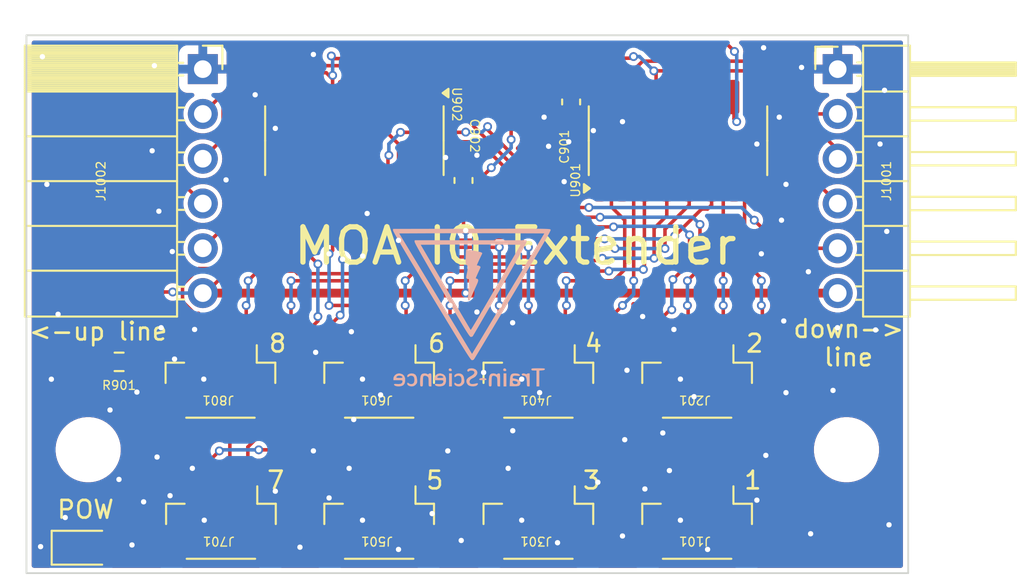
<source format=kicad_pcb>
(kicad_pcb (version 20240108) (generator "pcbnew") (generator_version "8.0")
  (layers (0 "F.Cu" signal) (31 "B.Cu" signal) (34 "B.Paste" user) (35 "F.Paste" user) (36 "B.SilkS" user "B.Silkscreen") (37 "F.SilkS" user "F.Silkscreen") (38 "B.Mask" user) (39 "F.Mask" user) (44 "Edge.Cuts" user))
  (net 0 "")
  (net 1 "+5V")
  (net 2 "GND")
  (net 3 "/latch")
  (net 4 "/in_prev")
  (net 5 "/clock")
  (net 6 "/out_prev")
  (net 7 "/in_next")
  (net 8 "/out_next")
  (net 9 "/IO/I1")
  (net 10 "/IO/O1")
  (net 11 "/IO/I2")
  (net 12 "/IO/O2")
  (net 13 "/IO/O3")
  (net 14 "/IO/I3")
  (net 15 "/IO/O4")
  (net 16 "/IO/I4")
  (net 17 "/IO/I5")
  (net 18 "/IO/O5")
  (net 19 "/IO/O6")
  (net 20 "/IO/I6")
  (net 21 "/IO/O7")
  (net 22 "/IO/I7")
  (net 23 "/IO/I8")
  (net 24 "/IO/O8")
  (net 26 "Net-(D901-A)")
  (footprint "Capacitor_SMD:C_0603_1608Metric" (layer "F.Cu") (at 166.385 109.781 -90)
    (property "Reference" "C901")
    (property "Value" "100nF")
  )
  (footprint "Connector_JST:JST_SH_BM04B-SRSS-TB_1x04-1MP_P1.00mm_Vertical" (layer "F.Cu") (at 173.528 125.675 180)
    (property "Reference" "J201")
    (property "Value" "Conn_01x04")
  )
  (footprint "Connector_JST:JST_SH_BM04B-SRSS-TB_1x04-1MP_P1.00mm_Vertical" (layer "F.Cu") (at 155.5 133.675 180)
    (property "Reference" "J501")
    (property "Value" "Conn_01x04")
  )
  (footprint "custom_kicad_lib_sk:R_0402_NO_SILK" (layer "F.Cu") (at 165.544 122.5)
    (property "Reference" "R402" (hide yes))
    (property "Value" "10k")
  )
  (footprint "Connector_JST:JST_SH_BM04B-SRSS-TB_1x04-1MP_P1.00mm_Vertical" (layer "F.Cu") (at 146.5 125.675 180)
    (property "Reference" "J801")
    (property "Value" "Conn_01x04")
  )
  (footprint "Connector_JST:JST_SH_BM04B-SRSS-TB_1x04-1MP_P1.00mm_Vertical" (layer "F.Cu") (at 164.528 133.675 180)
    (property "Reference" "J301")
    (property "Value" "Conn_01x04")
  )
  (footprint "Connector_JST:JST_SH_BM04B-SRSS-TB_1x04-1MP_P1.00mm_Vertical" (layer "F.Cu") (at 146.528 133.675 180)
    (property "Reference" "J701")
    (property "Value" "Conn_01x04")
  )
  (footprint "custom_kicad_lib_sk:R_0402_NO_SILK" (layer "F.Cu") (at 147.516 122.5)
    (property "Reference" "R802" (hide yes))
    (property "Value" "10k")
  )
  (footprint "Connector_JST:JST_SH_BM04B-SRSS-TB_1x04-1MP_P1.00mm_Vertical" (layer "F.Cu") (at 173.528 133.675 180)
    (property "Reference" "J101")
    (property "Value" "Conn_01x04")
  )
  (footprint "custom_kicad_lib_sk:R_0402_NO_SILK" (layer "F.Cu") (at 165.544 130.5)
    (property "Reference" "R302" (hide yes))
    (property "Value" "10k")
  )
  (footprint "custom_kicad_lib_sk:R_0402_NO_SILK" (layer "F.Cu") (at 156.516 130.5)
    (property "Reference" "R502" (hide yes))
    (property "Value" "10k")
  )
  (footprint "Connector_PinSocket_2.54mm:PinSocket_1x06_P2.54mm_Horizontal" (layer "F.Cu") (at 145.5 107.92)
    (property "Reference" "J1002")
    (property "Value" "Conn_01x06_Socket")
  )
  (footprint "custom_kicad_lib_sk:R_0402_NO_SILK" (layer "F.Cu") (at 156.516 122.5)
    (property "Reference" "R602" (hide yes))
    (property "Value" "10k")
  )
  (footprint "Package_SO:SOIC-16_3.9x9.9mm_P1.27mm" (layer "F.Cu") (at 154.095 111.976 -90)
    (property "Reference" "U902")
    (property "Value" "74HC595")
  )
  (footprint "custom_kicad_lib_sk:R_0402_NO_SILK" (layer "F.Cu") (at 174.544 122.5)
    (property "Reference" "R202" (hide yes))
    (property "Value" "10k")
  )
  (footprint "Capacitor_SMD:C_0603_1608Metric" (layer "F.Cu") (at 160.282 114.233 90)
    (property "Reference" "C902")
    (property "Value" "100nF")
  )
  (footprint "custom_kicad_lib_sk:R_0402_NO_SILK" (layer "F.Cu") (at 147.544 130.5)
    (property "Reference" "R702" (hide yes))
    (property "Value" "10k")
  )
  (footprint "Connector_PinHeader_2.54mm:PinHeader_1x06_P2.54mm_Horizontal" (layer "F.Cu") (at 181.5 107.92)
    (property "Reference" "J1001")
    (property "Value" "Conn_01x06_Pin")
  )
  (footprint "LED_SMD:LED_0805_2012Metric_Pad1.15x1.40mm_HandSolder" (layer "F.Cu") (at 138.791522 135.057718)
    (property "Reference" "D901" (hide yes))
    (property "Value" "LED")
  )
  (footprint "MountingHole:MountingHole_3.2mm_M3" (layer "F.Cu") (at 182 129.5 180)
    (property "Reference" "REF**" (hide yes))
    (property "Value" "MountingHole_3.2mm_M3")
  )
  (footprint "Connector_JST:JST_SH_BM04B-SRSS-TB_1x04-1MP_P1.00mm_Vertical" (layer "F.Cu") (at 155.5 125.675 180)
    (property "Reference" "J601")
    (property "Value" "Conn_01x04")
  )
  (footprint "Connector_JST:JST_SH_BM04B-SRSS-TB_1x04-1MP_P1.00mm_Vertical" (layer "F.Cu") (at 164.528 125.675 180)
    (property "Reference" "J401")
    (property "Value" "Conn_01x04")
  )
  (footprint "custom_kicad_lib_sk:R_0402_NO_SILK" (layer "F.Cu") (at 174.544 130.5)
    (property "Reference" "R102" (hide yes))
    (property "Value" "10k")
  )
  (footprint "Package_SO:SOIC-16_3.9x9.9mm_P1.27mm" (layer "F.Cu") (at 172.445 111.979 90)
    (property "Reference" "U901")
    (property "Value" "74HC165")
  )
  (footprint "MountingHole:MountingHole_3.2mm_M3" (layer "F.Cu") (at 139 129.5 180)
    (property "Reference" "REF**" (hide yes))
    (property "Value" "MountingHole_3.2mm_M3")
  )
  (footprint "custom_kicad_lib_sk:R_0603_smalltext" (layer "F.Cu") (at 140.75365 124.51822 180)
    (property "Reference" "R901")
    (property "Value" "3k3")
  )
  (footprint "custom_kicad_lib_sk:Train-Science logo small" (layer "B.Cu") (at 160.685522 121.533718 180)
    (property "Reference" "G***" (hide yes))
    (property "Value" "LOGO" (hide yes))
  )
  (gr_rect (start 135.5 106) (end 185.5 136.5) (stroke (width 0.1)) (fill none) (layer "Edge.Cuts"))
  (gr_text "4" (at 167.647522 124.057718 0) (layer "F.SilkS") (effects (font (size 1 1)) (justify bottom)))
  (gr_text "1" (at 176.687522 131.820718 0) (layer "F.SilkS") (effects (font (size 1 1)) (justify bottom)))
  (gr_text "POW" (at 138.84865 133.477 0) (layer "F.SilkS") (effects (font (size 1 1)) (justify bottom)))
  (gr_text "3" (at 167.543522 131.820718 0) (layer "F.SilkS") (effects (font (size 1 1)) (justify bottom)))
  (gr_text "5" (at 158.653522 131.820718 0) (layer "F.SilkS") (effects (font (size 1 1)) (justify bottom)))
  (gr_text "8" (at 149.740522 124.057718 0) (layer "F.SilkS") (effects (font (size 1 1)) (justify bottom)))
  (gr_text "6" (at 158.757522 124.057718 0) (layer "F.SilkS") (effects (font (size 1 1)) (justify bottom)))
  (gr_text "7" (at 149.636522 131.820718 0) (layer "F.SilkS") (effects (font (size 1 1)) (justify bottom)))
  (gr_text "<-up line" (at 139.573 123.37522 0) (layer "F.SilkS") (effects (font (size 1 1)) (justify bottom)))
  (gr_text "down->\nline" (at 182.118 124.841 0) (layer "F.SilkS") (effects (font (size 1 1)) (justify bottom)))
  (gr_text "2" (at 176.791522 124.057718 0) (layer "F.SilkS") (effects (font (size 1 1)) (justify bottom)))
  (gr_text "MOA IO Extender" (at 163.225522 119.120718 0) (layer "F.SilkS") (effects (font (size 2 2) (thickness 0.3)) (justify bottom)))
  (segment (start 149 121.024) (end 149 120.978) (width 0.2) (layer "F.Cu") (net 1))
  (segment (start 149 120.978) (end 149.358 120.62) (width 0.2) (layer "F.Cu") (net 1))
  (segment (start 159.5845 115.008) (end 159.0275 114.451) (width 0.2) (layer "F.Cu") (net 1))
  (segment (start 157 131.873) (end 156.516 131.389) (width 0.2) (layer "F.Cu") (net 1))
  (segment (start 156.006 121.045) (end 156.006 120.957) (width 0.2) (layer "F.Cu") (net 1))
  (segment (start 147.034 130.5) (end 147.034 127.297238) (width 0.2) (layer "F.Cu") (net 1))
  (segment (start 141.66615 122.18309) (end 141.66615 124.51822) (width 0.2) (layer "F.Cu") (net 1))
  (segment (start 156.006 130.5) (end 156.006 127.325238) (width 0.2) (layer "F.Cu") (net 1))
  (segment (start 173.615 120.62) (end 167.392 120.62) (width 0.5) (layer "F.Cu") (net 1))
  (segment (start 166.028 124.35) (end 166.028 123.873) (width 0.2) (layer "F.Cu") (net 1))
  (segment (start 149.358 120.62) (end 148.596 120.62) (width 0.5) (layer "F.Cu") (net 1))
  (segment (start 158 121.007) (end 158 120.995) (width 0.2) (layer "F.Cu") (net 1))
  (segment (start 165.034 121.056) (end 165.47 120.62) (width 0.2) (layer "F.Cu") (net 1))
  (segment (start 147.006 120.935) (end 147.011 120.935) (width 0.2) (layer "F.Cu") (net 1))
  (segment (start 143.791522 120.557718) (end 143.291522 120.557718) (width 0.2) (layer "F.Cu") (net 1))
  (segment (start 167.028 121.018) (end 166.63 120.62) (width 0.2) (layer "F.Cu") (net 1))
  (segment (start 176.028 121.001) (end 176.409 120.62) (width 0.2) (layer "F.Cu") (net 1))
  (segment (start 162.983752 111.914) (end 162.983752 110.988248) (width 0.2) (layer "F.Cu") (net 1))
  (segment (start 158 121.007) (end 157.613 120.62) (width 0.2) (layer "F.Cu") (net 1))
  (segment (start 160.282 115.008) (end 160.361 115.008) (width 0.2) (layer "F.Cu") (net 1))
  (segment (start 165.544 123.008) (end 165.544 123.389) (width 0.2) (layer "F.Cu") (net 1))
  (segment (start 160.361 115.008) (end 161.859591 113.509409) (width 0.2) (layer "F.Cu") (net 1))
  (segment (start 174.544 131.008) (end 174.544 131.389) (width 0.2) (layer "F.Cu") (net 1))
  (segment (start 156.008 122.5) (end 156.516 123.008) (width 0.2) (layer "F.Cu") (net 1))
  (segment (start 165.036 130.5) (end 165.544 131.008) (width 0.2) (layer "F.Cu") (net 1))
  (segment (start 175.028 131.873) (end 174.544 131.389) (width 0.2) (layer "F.Cu") (net 1))
  (segment (start 157 124.35) (end 157 123.873) (width 0.2) (layer "F.Cu") (net 1))
  (segment (start 157 123.873) (end 156.516 123.389) (width 0.2) (layer "F.Cu") (net 1))
  (segment (start 158.375 120.62) (end 157.613 120.62) (width 0.5) (layer "F.Cu") (net 1))
  (segment (start 167.024 109.006) (end 167.522 109.504) (width 0.2) (layer "F.Cu") (net 1))
  (segment (start 176.409 120.62) (end 175.647 120.62) (width 0.5) (layer "F.Cu") (net 1))
  (segment (start 149 125.331238) (end 149 121.024) (width 0.2) (layer "F.Cu") (net 1))
  (segment (start 164.979 120.62) (end 164.598 120.62) (width 0.5) (layer "F.Cu") (net 1))
  (segment (start 165.544 131.008) (end 165.544 131.389) (width 0.2) (layer "F.Cu") (net 1))
  (segment (start 156.006 122.5) (end 156.006 121.045) (width 0.2) (layer "F.Cu") (net 1))
  (segment (start 176.028 125.331238) (end 176.028 121.001) (width 0.2) (layer "F.Cu") (net 1))
  (segment (start 148 123.873) (end 147.516 123.389) (width 0.2) (layer "F.Cu") (net 1))
  (segment (start 174.034 130.5) (end 174.036 130.5) (width 0.2) (layer "F.Cu") (net 1))
  (segment (start 156.343 120.62) (end 155.581 120.62) (width 0.5) (layer "F.Cu") (net 1))
  (segment (start 156.006 130.5) (end 156.008 130.5) (width 0.2) (layer "F.Cu") (net 1))
  (segment (start 160.282 115.008) (end 160.282 116.945) (width 0.2) (layer "F.Cu") (net 1))
  (segment (start 175.647 120.62) (end 174.377 120.62) (width 0.5) (layer "F.Cu") (net 1))
  (segment (start 174.034 121.039) (end 174.034 120.963) (width 0.2) (layer "F.Cu") (net 1))
  (segment (start 147.006 120.935) (end 146.691 120.62) (width 0.2) (layer "F.Cu") (net 1))
  (segment (start 159.0275 114.451) (end 158.54 114.451) (width 0.2) (layer "F.Cu") (net 1))
  (segment (start 165.036 122.5) (end 165.544 123.008) (width 0.2) (layer "F.Cu") (net 1))
  (segment (start 164.598 120.62) (end 160.407 120.62) (width 0.5) (layer "F.Cu") (net 1))
  (segment (start 147.034 130.5) (end 147.036 130.5) (width 0.2) (layer "F.Cu") (net 1))
  (segment (start 175.028 123.873) (end 174.544 123.389) (width 0.2) (layer "F.Cu") (net 1))
  (segment (start 148 124.35) (end 148 123.873) (width 0.2) (layer "F.Cu") (net 1))
  (segment (start 157.613 120.62) (end 156.343 120.62) (width 0.5) (layer "F.Cu") (net 1))
  (segment (start 162.983752 110.988248) (end 164.966 109.006) (width 0.2) (layer "F.Cu") (net 1))
  (segment (start 147.544 131.008) (end 147.544 131.389) (width 0.2) (layer "F.Cu") (net 1))
  (segment (start 157 132.35) (end 157 131.873) (width 0.2) (layer "F.Cu") (net 1))
  (segment (start 181.5 120.62) (end 176.409 120.62) (width 0.5) (layer "F.Cu") (net 1))
  (segment (start 165.034 121.056) (end 164.598 120.62) (width 0.2) (layer "F.Cu") (net 1))
  (segment (start 166.63 120.62) (end 165.487 120.62) (width 0.5) (layer "F.Cu") (net 1))
  (segment (start 148.596 120.62) (end 147.326 120.62) (width 0.5) (layer "F.Cu") (net 1))
  (segment (start 148.028 132.35) (end 148.028 131.873) (width 0.2) (layer "F.Cu") (net 1))
  (segment (start 160.282 115.008) (end 159.5845 115.008) (width 0.2) (layer "F.Cu") (net 1))
  (segment (start 147.006 122.5) (end 147.008 122.5) (width 0.2) (layer "F.Cu") (net 1))
  (segment (start 166.028 132.35) (end 166.028 131.873) (width 0.2) (layer "F.Cu") (net 1))
  (segment (start 174.544 123.008) (end 174.544 123.389) (width 0.2) (layer "F.Cu") (net 1))
  (segment (start 165.034 130.5) (end 165.034 127.325238) (width 0.2) (layer "F.Cu") (net 1))
  (segment (start 174.034 122.5) (end 174.034 121.039) (width 0.2) (layer "F.Cu") (net 1))
  (segment (start 164.979 121.001) (end 165.034 121.056) (width 0.2) (layer "F.Cu") (net 1))
  (segment (start 156.516 123.008) (end 156.516 123.389) (width 0.2) (layer "F.Cu") (net 1))
  (segment (start 150.92 115.813) (end 150.345381 116.387619) (width 0.2) (layer "F.Cu") (net 1))
  (segment (start 164.979 120.62) (end 164.979 121.001) (width 0.2) (layer "F.Cu") (net 1))
  (segment (start 174.036 130.5) (end 174.544 131.008) (width 0.2) (layer "F.Cu") (net 1))
  (segment (start 166.028 131.873) (end 165.544 131.389) (width 0.2) (layer "F.Cu") (net 1))
  (segment (start 155.581 120.62) (end 149.358 120.62) (width 0.5) (layer "F.Cu") (net 1))
  (segment (start 174.034 122.5) (end 174.036 122.5) (width 0.2) (layer "F.Cu") (net 1))
  (segment (start 146.691 120.62) (end 145.5 120.62) (width 0.5) (layer "F.Cu") (net 1))
  (segment (start 165.034 127.325238) (end 167.028 125.331238) (width 0.2) (layer "F.Cu") (net 1))
  (segment (start 174.034 120.963) (end 174.377 120.62) (width 0.2) (layer "F.Cu") (net 1))
  (segment (start 167.522 109.504) (end 168 109.504) (width 0.2) (layer "F.Cu") (net 1))
  (segment (start 147.326 120.62) (end 146.691 120.62) (width 0.5) (layer "F.Cu") (net 1))
  (segment (start 166.028 123.873) (end 165.544 123.389) (width 0.2) (layer "F.Cu") (net 1))
  (segment (start 158 120.995) (end 158.375 120.62) (width 0.2) (layer "F.Cu") (net 1))
  (segment (start 147.011 120.935) (end 147.326 120.62) (width 0.2) (layer "F.Cu") (net 1))
  (segment (start 147.006 122.5) (end 147.006 120.935) (width 0.2) (layer "F.Cu") (net 1))
  (segment (start 156.006 121.045) (end 155.581 120.62) (width 0.2) (layer "F.Cu") (net 1))
  (segment (start 160.282 116.945) (end 160.407 117.07) (width 0.2) (layer "F.Cu") (net 1))
  (segment (start 175.028 124.35) (end 175.028 123.873) (width 0.2) (layer "F.Cu") (net 1))
  (segment (start 165.47 120.62) (end 165.487 120.62) (width 0.2) (layer "F.Cu") (net 1))
  (segment (start 158 125.331238) (end 158 121.007) (width 0.2) (layer "F.Cu") (net 1))
  (segment (start 167.392 120.62) (end 166.63 120.62) (width 0.5) (layer "F.Cu") (net 1))
  (segment (start 167.028 121.018) (end 167.028 120.984) (width 0.2) (layer "F.Cu") (net 1))
  (segment (start 156.516 131.008) (end 156.516 131.389) (width 0.2) (layer "F.Cu") (net 1))
  (segment (start 175.028 132.35) (end 175.028 131.873) (width 0.2) (layer "F.Cu") (net 1))
  (segment (start 174.034 127.325238) (end 176.028 125.331238) (width 0.2) (layer "F.Cu") (net 1))
  (segment (start 165.487 120.62) (end 164.979 120.62) (width 0.5) (layer "F.Cu") (net 1))
  (segment (start 149 121.024) (end 148.596 120.62) (width 0.2) (layer "F.Cu") (net 1))
  (segment (start 149.894619 116.387619) (end 145.662237 120.62) (width 0.2) (layer "F.Cu") (net 1))
  (segment (start 165.034 122.5) (end 165.034 121.056) (width 0.2) (layer "F.Cu") (net 1))
  (segment (start 145.662237 120.62) (end 145.5 120.62) (width 0.2) (layer "F.Cu") (net 1))
  (segment (start 156.006 120.957) (end 156.343 120.62) (width 0.2) (layer "F.Cu") (net 1))
  (segment (start 148.028 131.873) (end 147.544 131.389) (width 0.2) (layer "F.Cu") (net 1))
  (segment (start 147.516 123.008) (end 147.516 123.389) (width 0.2) (layer "F.Cu") (net 1))
  (segment (start 176.028 121.001) (end 175.647 120.62) (width 0.2) (layer "F.Cu") (net 1))
  (segment (start 147.034 127.297238) (end 149 125.331238) (width 0.2) (layer "F.Cu") (net 1))
  (segment (start 167.028 125.331238) (end 167.028 121.018) (width 0.2) (layer "F.Cu") (net 1))
  (segment (start 164.966 109.006) (end 166.385 109.006) (width 0.2) (layer "F.Cu") (net 1))
  (segment (start 174.377 120.62) (end 173.615 120.62) (width 0.5) (layer "F.Cu") (net 1))
  (segment (start 156.006 122.5) (end 156.008 122.5) (width 0.2) (layer "F.Cu") (net 1))
  (segment (start 166.385 109.006) (end 167.024 109.006) (width 0.2) (layer "F.Cu") (net 1))
  (segment (start 165.034 130.5) (end 165.036 130.5) (width 0.2) (layer "F.Cu") (net 1))
  (segment (start 156.006 127.325238) (end 158 125.331238) (width 0.2) (layer "F.Cu") (net 1))
  (segment (start 147.008 122.5) (end 147.516 123.008) (width 0.2) (layer "F.Cu") (net 1))
  (segment (start 150.92 114.451) (end 150.92 115.813) (width 0.2) (layer "F.Cu") (net 1))
  (segment (start 174.036 122.5) (end 174.544 123.008) (width 0.2) (layer "F.Cu") (net 1))
  (segment (start 160.407 120.62) (end 158.375 120.62) (width 0.5) (layer "F.Cu") (net 1))
  (segment (start 174.034 130.5) (end 174.034 127.325238) (width 0.2) (layer "F.Cu") (net 1))
  (segment (start 147.036 130.5) (end 147.544 131.008) (width 0.2) (layer "F.Cu") (net 1))
  (segment (start 167.028 120.984) (end 167.392 120.62) (width 0.2) (layer "F.Cu") (net 1))
  (segment (start 165.034 122.5) (end 165.036 122.5) (width 0.2) (layer "F.Cu") (net 1))
  (segment (start 143.291522 120.557718) (end 141.66615 122.18309) (width 0.2) (layer "F.Cu") (net 1))
  (segment (start 174.034 121.039) (end 173.615 120.62) (width 0.2) (layer "F.Cu") (net 1))
  (segment (start 156.008 130.5) (end 156.516 131.008) (width 0.2) (layer "F.Cu") (net 1))
  (segment (start 150.345381 116.387619) (end 149.894619 116.387619) (width 0.2) (layer "F.Cu") (net 1))
  (via (at 161.859591 113.509409) (size 0.5) (drill 0.3) (layers "F.Cu" "B.Cu") (net 1))
  (via (at 160.407 120.62) (size 0.5) (drill 0.3) (layers "F.Cu" "B.Cu") (net 1))
  (via (at 143.791522 120.557718) (size 0.5) (drill 0.3) (layers "F.Cu" "B.Cu") (net 1))
  (via (at 160.407 117.07) (size 0.5) (drill 0.3) (layers "F.Cu" "B.Cu") (net 1))
  (via (at 162.983752 111.914) (size 0.5) (drill 0.3) (layers "F.Cu" "B.Cu") (net 1))
  (segment (start 160.407 117.07) (end 160.407 120.62) (width 0.2) (layer "B.Cu") (net 1))
  (segment (start 162.983752 111.914) (end 162.983752 112.385248) (width 0.2) (layer "B.Cu") (net 1))
  (segment (start 162.983752 112.385248) (end 161.859591 113.509409) (width 0.2) (layer "B.Cu") (net 1))
  (segment (start 143.853804 120.62) (end 143.791522 120.557718) (width 0.2) (layer "B.Cu") (net 1))
  (segment (start 145.5 120.62) (end 143.853804 120.62) (width 0.2) (layer "B.Cu") (net 1))
  (segment (start 163.028 132.944455) (end 163.582215 133.49867) (width 0.2) (layer "F.Cu") (net 2))
  (segment (start 163.028 124.35) (end 163.028 124.944455) (width 0.2) (layer "F.Cu") (net 2))
  (segment (start 154 124.35) (end 154 124.944455) (width 0.2) (layer "F.Cu") (net 2))
  (segment (start 145 124.35) (end 145 124.944455) (width 0.2) (layer "F.Cu") (net 2))
  (segment (start 154 132.35) (end 154 132.944455) (width 0.2) (layer "F.Cu") (net 2))
  (segment (start 159.264 112.93) (end 159.754 112.93) (width 0.2) (layer "F.Cu") (net 2))
  (segment (start 172.028 124.35) (end 172.028 124.944455) (width 0.2) (layer "F.Cu") (net 2))
  (segment (start 145 124.944455) (end 145.554215 125.49867) (width 0.2) (layer "F.Cu") (net 2))
  (segment (start 163.028 132.35) (end 163.028 132.944455) (width 0.2) (layer "F.Cu") (net 2))
  (segment (start 154 124.944455) (end 154.554215 125.49867) (width 0.2) (layer "F.Cu") (net 2))
  (segment (start 145.028 132.35) (end 145.028 132.944455) (width 0.2) (layer "F.Cu") (net 2))
  (segment (start 161.042 112.803) (end 160.937 112.803) (width 0.2) (layer "F.Cu") (net 2))
  (segment (start 172.028 124.944455) (end 172.582215 125.49867) (width 0.2) (layer "F.Cu") (net 2))
  (segment (start 172.028 132.944455) (end 172.582215 133.49867) (width 0.2) (layer "F.Cu") (net 2))
  (segment (start 160.937 112.803) (end 160.282 113.458) (width 0.2) (layer "F.Cu") (net 2))
  (segment (start 145.028 132.944455) (end 145.582215 133.49867) (width 0.2) (layer "F.Cu") (net 2))
  (segment (start 163.028 124.944455) (end 163.582215 125.49867) (width 0.2) (layer "F.Cu") (net 2))
  (segment (start 159.754 112.93) (end 160.282 113.458) (width 0.2) (layer "F.Cu") (net 2))
  (segment (start 154 132.944455) (end 154.554215 133.49867) (width 0.2) (layer "F.Cu") (net 2))
  (segment (start 172.028 132.35) (end 172.028 132.944455) (width 0.2) (layer "F.Cu") (net 2))
  (via (at 178.187 110.644) (size 0.5) (drill 0.3) (layers "F.Cu" "B.Cu") (net 2))
  (via (at 167.9 131.345) (size 0.5) (drill 0.3) (layers "F.Cu" "B.Cu") (net 2))
  (via (at 148.469 109.374) (size 0.5) (drill 0.3) (layers "F.Cu" "B.Cu") (net 2))
  (via (at 159.264 112.93) (size 0.5) (drill 0.3) (layers "F.Cu" "B.Cu") (net 2))
  (via (at 177.171 118.391) (size 0.5) (drill 0.3) (layers "F.Cu" "B.Cu") (net 2))
  (via (at 136.301522 134.995718) (size 0.5) (drill 0.3) (layers "F.Cu" "B.Cu") (net 2))
  (via (at 179.838 119.407) (size 0.5) (drill 0.3) (layers "F.Cu" "B.Cu") (net 2))
  (via (at 145.034 122.682) (size 0.5) (drill 0.3) (layers "F.Cu" "B.Cu") (net 2))
  (via (at 181.235 126.138) (size 0.5) (drill 0.3) (layers "F.Cu" "B.Cu") (net 2))
  (via (at 172.582215 133.49867) (size 0.5) (drill 0.3) (layers "F.Cu" "B.Cu") (net 2))
  (via (at 141.762522 126.232718) (size 0.5) (drill 0.3) (layers "F.Cu" "B.Cu") (net 2))
  (via (at 169.297 110.898) (size 0.5) (drill 0.3) (layers "F.Cu" "B.Cu") (net 2))
  (via (at 165.614 134.774) (size 0.5) (drill 0.3) (layers "F.Cu" "B.Cu") (net 2))
  (via (at 145.554215 125.49867) (size 0.5) (drill 0.3) (layers "F.Cu" "B.Cu") (net 2))
  (via (at 136.404 107.215) (size 0.5) (drill 0.3) (layers "F.Cu" "B.Cu") (net 2))
  (via (at 184.41 133.758) (size 0.5) (drill 0.3) (layers "F.Cu" "B.Cu") (net 2))
  (via (at 177.298 106.707) (size 0.5) (drill 0.3) (layers "F.Cu" "B.Cu") (net 2))
  (via (at 160.153 134.647) (size 0.5) (drill 0.3) (layers "F.Cu" "B.Cu") (net 2))
  (via (at 177.425 129.821) (size 0.5) (drill 0.3) (layers "F.Cu" "B.Cu") (net 2))
  (via (at 140.238522 127.248718) (size 0.5) (drill 0.3) (layers "F.Cu" "B.Cu") (net 2))
  (via (at 155.581 126.392) (size 0.5) (drill 0.3) (layers "F.Cu" "B.Cu") (net 2))
  (via (at 183.902 112.168) (size 0.5) (drill 0.3) (layers "F.Cu" "B.Cu") (net 2))
  (via (at 163.074 128.424) (size 0.5) (drill 0.3) (layers "F.Cu" "B.Cu") (net 2))
  (via (at 156.597 135.155) (size 0.5) (drill 0.3) (layers "F.Cu" "B.Cu") (net 2))
  (via (at 170.44 121.947) (size 0.5) (drill 0.3) (layers "F.Cu" "B.Cu") (net 2))
  (via (at 137.698522 133.344718) (size 0.5) (drill 0.3) (layers "F.Cu" "B.Cu") (net 2))
  (via (at 166.249 112.041) (size 0.5) (drill 0.3) (layers "F.Cu" "B.Cu") (net 2))
  (via (at 142.143522 132.455718) (size 0.5) (drill 0.3) (layers "F.Cu" "B.Cu") (net 2))
  (via (at 154.554215 125.49867) (size 0.5) (drill 0.3) (layers "F.Cu" "B.Cu") (net 2))
  (via (at 163.068 122.301) (size 0.5) (drill 0.3) (layers "F.Cu" "B.Cu") (net 2))
  (via (at 176.917 112.168) (size 0.5) (drill 0.3) (layers "F.Cu" "B.Cu") (net 2))
  (via (at 179.451 107.823) (size 0.5) (drill 0.3) (layers "F.Cu" "B.Cu") (net 2))
  (via (at 178.568 114.454) (size 0.5) (drill 0.3) (layers "F.Cu" "B.Cu") (net 2))
  (via (at 154.554215 133.49867) (size 0.5) (drill 0.3) (layers "F.Cu" "B.Cu") (net 2))
  (via (at 165.106 112.295) (size 0.5) (drill 0.3) (layers "F.Cu" "B.Cu") (net 2))
  (via (at 167.646 111.406) (size 0.5) (drill 0.3) (layers "F.Cu" "B.Cu") (net 2))
  (via (at 178.314 116.486) (size 0.5) (drill 0.3) (layers "F.Cu" "B.Cu") (net 2))
  (via (at 142.905522 129.915718) (size 0.5) (drill 0.3) (layers "F.Cu" "B.Cu") (net 2))
  (via (at 171.583 128.551) (size 0.5) (drill 0.3) (layers "F.Cu" "B.Cu") (net 2))
  (via (at 169.424 128.932) (size 0.5) (drill 0.3) (layers "F.Cu" "B.Cu") (net 2))
  (via (at 176.917 132.361) (size 0.5) (drill 0.3) (layers "F.Cu" "B.Cu") (net 2))
  (via (at 153.797 130.556) (size 0.5) (drill 0.3) (layers "F.Cu" "B.Cu") (net 2))
  (via (at 143.008 115.978) (size 0.5) (drill 0.3) (layers "F.Cu" "B.Cu") (net 2))
  (via (at 172.212 122.682) (size 0.5) (drill 0.3) (layers "F.Cu" "B.Cu") (net 2))
  (via (at 136.912 125.503) (size 0.5) (drill 0.3) (layers "F.Cu" "B.Cu") (net 2))
  (via (at 137.293 121.82) (size 0.5) (drill 0.3) (layers "F.Cu" "B.Cu") (net 2))
  (via (at 151.771 129.567) (size 0.5) (drill 0.3) (layers "F.Cu" "B.Cu") (net 2))
  (via (at 164.598 126.265) (size 0.5) (drill 0.3) (layers "F.Cu" "B.Cu") (net 2))
  (via (at 143.643 132.107) (size 0.5) (drill 0.3) (layers "F.Cu" "B.Cu") (net 2))
  (via (at 142.627 112.549) (size 0.5) (drill 0.3) (layers "F.Cu" "B.Cu") (net 2))
  (via (at 165.989 114.3) (size 0.5) (drill 0.3) (layers "F.Cu" "B.Cu") (net 2))
  (via (at 141.484 134.901) (size 0.5) (drill 0.3) (layers "F.Cu" "B.Cu") (net 2))
  (via (at 145.582215 133.49867) (size 0.5) (drill 0.3) (layers "F.Cu" "B.Cu") (net 2))
  (via (at 156.597 117.629) (size 0.5) (drill 0.3) (layers "F.Cu" "B.Cu") (net 2))
  (via (at 164.852 110.644) (size 0.5) (drill 0.3) (layers "F.Cu" "B.Cu") (net 2))
  (via (at 158.502 133.123) (size 0.5) (drill 0.3) (layers "F.Cu" "B.Cu") (net 2))
  (via (at 163.582215 125.49867) (size 0.5) (drill 0.3) (layers "F.Cu" "B.Cu") (net 2))
  (via (at 181.489 122.582) (size 0.5) (drill 0.3) (layers "F.Cu" "B.Cu") (net 2))
  (via (at 179.965 134.266) (size 0.5) (drill 0.3) (layers "F.Cu" "B.Cu") (net 2))
  (via (at 151.009 135.028) (size 0.5) (drill 0.3) (layers "F.Cu" "B.Cu") (net 2))
  (via (at 142.754 107.723) (size 0.5) (drill 0.3) (layers "F.Cu" "B.Cu") (net 2))
  (via (at 154.057 127.789) (size 0.5) (drill 0.3) (layers "F.Cu" "B.Cu") (net 2))
  (via (at 151.898 123.979) (size 0.5) (drill 0.3) (layers "F.Cu" "B.Cu") (net 2))
  (via (at 149.612 131.853) (size 0.5) (drill 0.3) (layers "F.Cu" "B.Cu") (net 2))
  (via (at 144.907 130.556) (size 0.5) (drill 0.3) (layers "F.Cu" "B.Cu") (net 2))
  (via (at 161.423 125.122) (size 0.5) (drill 0.3) (layers "F.Cu" "B.Cu") (net 2))
  (via (at 183.648 122.709) (size 0.5) (drill 0.3) (layers "F.Cu" "B.Cu") (net 2))
  (via (at 140.746522 131.185718) (size 0.5) (drill 0.3) (layers "F.Cu" "B.Cu") (net 2))
  (via (at 169.297 134.393) (size 0.5) (drill 0.3) (layers "F.Cu" "B.Cu") (net 2))
  (via (at 136.658 114.454) (size 0.5) (drill 0.3) (layers "F.Cu" "B.Cu") (net 2))
  (via (at 154.819 116.105) (size 0.5) (drill 0.3) (layers "F.Cu" "B.Cu") (net 2))
  (via (at 161.042 121.693) (size 0.5) (drill 0.3) (layers "F.Cu" "B.Cu") (net 2))
  (via (at 184.283 117.121) (size 0.5) (drill 0.3) (layers "F.Cu" "B.Cu") (net 2))
  (via (at 143.77 118.264) (size 0.5) (drill 0.3) (layers "F.Cu" "B.Cu") (net 2))
  (via (at 149.612 111.279) (size 0.5) (drill 0.3) (layers "F.Cu" "B.Cu") (net 2))
  (via (at 143.135 122.582) (size 0.5) (drill 0.3) (layers "F.Cu" "B.Cu") (net 2))
  (via (at 163.582215 133.49867) (size 0.5) (drill 0.3) (layers "F.Cu" "B.Cu") (net 2))
  (via (at 159.391 129.567) (size 0.5) (drill 0.3) (layers "F.Cu" "B.Cu") (net 2))
  (via (at 151.771 107.088) (size 0.5) (drill 0.3) (layers "F.Cu" "B.Cu") (net 2))
  (via (at 153.924 122.809) (size 0.5) (drill 0.3) (layers "F.Cu" "B.Cu") (net 2))
  (via (at 172.582215 125.49867) (size 0.5) (drill 0.3) (layers "F.Cu" "B.Cu") (net 2))
  (via (at 146.818 114.2) (size 0.5) (drill 0.3) (layers "F.Cu" "B.Cu") (net 2))
  (via (at 161.042 112.803) (size 0.5) (drill 0.3) (layers "F.Cu" "B.Cu") (net 2))
  (via (at 154.565 118.518) (size 0.5) (drill 0.3) (layers "F.Cu" "B.Cu") (net 2))
  (via (at 178.568 126.265) (size 0.5) (drill 0.3) (layers "F.Cu" "B.Cu") (net 2))
  (via (at 169.551 124.995) (size 0.5) (drill 0.3) (layers "F.Cu" "B.Cu") (net 2))
  (via (at 173.355 126.492) (size 0.5) (drill 0.3) (layers "F.Cu" "B.Cu") (net 2))
  (via (at 171.958 130.683) (size 0.5) (drill 0.3) (layers "F.Cu" "B.Cu") (net 2))
  (via (at 174.123 135.155) (size 0.5) (drill 0.3) (layers "F.Cu" "B.Cu") (net 2))
  (via (at 178.441 122.201) (size 0.5) (drill 0.3) (layers "F.Cu" "B.Cu") (net 2))
  (via (at 184.156 109.12) (size 0.5) (drill 0.3) (layers "F.Cu" "B.Cu") (net 2))
  (via (at 143.897 124.36) (size 0.5) (drill 0.3) (layers "F.Cu" "B.Cu") (net 2))
  (via (at 152.66 132.234) (size 0.5) (drill 0.3) (layers "F.Cu" "B.Cu") (net 2))
  (via (at 170.567 131.726) (size 0.5) (drill 0.3) (layers "F.Cu" "B.Cu") (net 2))
  (via (at 162.814 130.556) (size 0.5) (drill 0.3) (layers "F.Cu" "B.Cu") (net 2))
  (segment (start 168.67 108.612) (end 168.67 111.271) (width 0.2) (layer "F.Cu") (net 3))
  (segment (start 180.027238 110.46) (end 181.5 110.46) (width 0.2) (layer "F.Cu") (net 3))
  (segment (start 153.46 114.451) (end 153.46 113.149686) (width 0.2) (layer "F.Cu") (net 3))
  (segment (start 153.46 113.149686) (end 154.13 112.479686) (width 0.2) (layer "F.Cu") (net 3))
  (segment (start 168 112.322) (end 168 114.454) (width 0.2) (layer "F.Cu") (net 3))
  (segment (start 154.13 108.304) (end 153.93 108.104) (width 0.2) (layer "F.Cu") (net 3))
  (segment (start 168.5985 108.0405) (end 168.67 108.112) (width 0.2) (layer "F.Cu") (net 3))
  (segment (start 168.662 107.85) (end 168.408 107.85) (width 0.2) (layer "F.Cu") (net 3))
  (segment (start 168.662 107.977) (end 168.5985 108.0405) (width 0.2) (layer "F.Cu") (net 3))
  (segment (start 154.13 108.555448) (end 154.13 108.304) (width 0.2) (layer "F.Cu") (net 3))
  (segment (start 168.67 108.112) (end 168.67 108.612) (width 0.2) (layer "F.Cu") (net 3))
  (segment (start 168.408 107.85) (end 168.384 107.826) (width 0.2) (layer "F.Cu") (net 3))
  (segment (start 153.93 108.104) (end 153.549 107.723) (width 0.2) (layer "F.Cu") (net 3))
  (segment (start 154.608 107.826) (end 168.384 107.826) (width 0.2) (layer "F.Cu") (net 3))
  (segment (start 168.932 107.85) (end 170.059 107.85) (width 0.2) (layer "F.Cu") (net 3))
  (segment (start 154.33 108.104) (end 154.384 108.05) (width 0.2) (layer "F.Cu") (net 3))
  (segment (start 177.036238 107.469) (end 180.027238 110.46) (width 0.2) (layer "F.Cu") (net 3))
  (segment (start 153.93 108.104) (end 154.33 108.104) (width 0.2) (layer "F.Cu") (net 3))
  (segment (start 168.67 111.271) (end 168.027 111.914) (width 0.2) (layer "F.Cu") (net 3))
  (segment (start 148.237 107.723) (end 145.5 110.46) (width 0.2) (layer "F.Cu") (net 3))
  (segment (start 168.384 107.826) (end 168.5985 108.0405) (width 0.2) (layer "F.Cu") (net 3))
  (segment (start 170.059 107.85) (end 170.44 107.469) (width 0.2) (layer "F.Cu") (net 3))
  (segment (start 168.67 108.112) (end 168.932 107.85) (width 0.2) (layer "F.Cu") (net 3))
  (segment (start 168.662 107.85) (end 168.662 107.977) (width 0.2) (layer "F.Cu") (net 3))
  (segment (start 154.13 108.304) (end 154.384 108.05) (width 0.2) (layer "F.Cu") (net 3))
  (segment (start 153.549 107.723) (end 148.237 107.723) (width 0.2) (layer "F.Cu") (net 3))
  (segment (start 168.027 112.295) (end 168 112.322) (width 0.2) (layer "F.Cu") (net 3))
  (segment (start 170.44 107.469) (end 177.036238 107.469) (width 0.2) (layer "F.Cu") (net 3))
  (segment (start 168.932 107.85) (end 168.662 107.85) (width 0.2) (layer "F.Cu") (net 3))
  (segment (start 168.027 111.914) (end 168.027 112.295) (width 0.2) (layer "F.Cu") (net 3))
  (segment (start 154.384 108.05) (end 154.608 107.826) (width 0.2) (layer "F.Cu") (net 3))
  (segment (start 154.13 112.479686) (end 154.13 108.555448) (width 0.2) (layer "F.Cu") (net 3))
  (segment (start 176.89 110.93) (end 181.5 115.54) (width 0.2) (layer "F.Cu") (net 4))
  (segment (start 176.89 109.504) (end 176.89 110.93) (width 0.2) (layer "F.Cu") (net 4))
  (segment (start 171.075 108.019) (end 177.020552 108.019) (width 0.2) (layer "F.Cu") (net 5))
  (segment (start 169.27 112.576) (end 169.27 114.454) (width 0.2) (layer "F.Cu") (net 5))
  (segment (start 146.65 111.85) (end 145.5 113) (width 0.2) (layer "F.Cu") (net 5))
  (segment (start 152.19 114.451) (end 152.19 113.019) (width 0.2) (layer "F.Cu") (net 5))
  (segment (start 171.202 110.644) (end 169.27 112.576) (width 0.2) (layer "F.Cu") (net 5))
  (segment (start 152.937 107.323) (end 162.67 107.323) (width 0.2) (layer "F.Cu") (net 5))
  (segment (start 152.497552 108.123) (end 148.402686 108.123) (width 0.2) (layer "F.Cu") (net 5))
  (segment (start 152.86 108.485448) (end 152.497552 108.123) (width 0.2) (layer "F.Cu") (net 5))
  (segment (start 162.693 107.3) (end 169.831182 107.3) (width 0.2) (layer "F.Cu") (net 5))
  (segment (start 152.86 112.349) (end 152.86 108.485448) (width 0.2) (layer "F.Cu") (net 5))
  (segment (start 171.075 108.019) (end 171.202 108.146) (width 0.2) (layer "F.Cu") (net 5))
  (segment (start 169.831182 107.3) (end 169.924091 107.207091) (width 0.2) (layer "F.Cu") (net 5))
  (segment (start 146.596016 109.92967) (end 146.65 109.983654) (width 0.2) (layer "F.Cu") (net 5))
  (segment (start 181.5 112.498448) (end 181.5 113) (width 0.2) (layer "F.Cu") (net 5))
  (segment (start 162.67 107.323) (end 162.693 107.3) (width 0.2) (layer "F.Cu") (net 5))
  (segment (start 171.202 108.146) (end 171.202 110.644) (width 0.2) (layer "F.Cu") (net 5))
  (segment (start 152.787 107.173) (end 152.937 107.323) (width 0.2) (layer "F.Cu") (net 5))
  (segment (start 148.402686 108.123) (end 146.596016 109.92967) (width 0.2) (layer "F.Cu") (net 5))
  (segment (start 177.020552 108.019) (end 181.5 112.498448) (width 0.2) (layer "F.Cu") (net 5))
  (segment (start 152.86 108.485448) (end 152.86 108.274916) (width 0.2) (layer "F.Cu") (net 5))
  (segment (start 152.86 108.274916) (end 152.861916 108.273) (width 0.2) (layer "F.Cu") (net 5))
  (segment (start 152.19 113.019) (end 152.86 112.349) (width 0.2) (layer "F.Cu") (net 5))
  (segment (start 146.65 109.983654) (end 146.65 111.85) (width 0.2) (layer "F.Cu") (net 5))
  (via (at 169.924091 107.207091) (size 0.5) (drill 0.3) (layers "F.Cu" "B.Cu") (net 5))
  (via (at 152.861916 108.273) (size 0.5) (drill 0.3) (layers "F.Cu" "B.Cu") (net 5))
  (via (at 171.075 108.019) (size 0.5) (drill 0.3) (layers "F.Cu" "B.Cu") (net 5))
  (via (at 152.787 107.173) (size 0.5) (drill 0.3) (layers "F.Cu" "B.Cu") (net 5))
  (segment (start 169.924091 107.207091) (end 170.263091 107.207091) (width 0.2) (layer "B.Cu") (net 5))
  (segment (start 152.861916 108.273) (end 152.861916 107.247916) (width 0.2) (layer "B.Cu") (net 5))
  (segment (start 152.861916 107.247916) (end 152.787 107.173) (width 0.2) (layer "B.Cu") (net 5))
  (segment (start 170.263091 107.207091) (end 171.075 108.019) (width 0.2) (layer "B.Cu") (net 5))
  (segment (start 156.710718 111.503899) (end 160.393971 111.503899) (width 0.2) (layer "F.Cu") (net 6))
  (segment (start 156 112.853) (end 156.05 112.803) (width 0.2) (layer "F.Cu") (net 6))
  (segment (start 176.77 116.486) (end 178.364 118.08) (width 0.2) (layer "F.Cu") (net 6))
  (segment (start 161.650252 111.178748) (end 161.650252 111.358318) (width 0.2) (layer "F.Cu") (net 6))
  (segment (start 160.393971 111.503899) (end 160.406869 111.491001) (width 0.2) (layer "F.Cu") (net 6))
  (segment (start 166.058934 115.767) (end 167.392 115.767) (width 0.2) (layer "F.Cu") (net 6))
  (segment (start 156 114.451) (end 156 112.853) (width 0.2) (layer "F.Cu") (net 6))
  (segment (start 161.650252 111.358318) (end 166.058934 115.767) (width 0.2) (layer "F.Cu") (net 6))
  (segment (start 178.364 118.08) (end 181.5 118.08) (width 0.2) (layer "F.Cu") (net 6))
  (via (at 161.650252 111.178748) (size 0.5) (drill 0.3) (layers "F.Cu" "B.Cu") (net 6))
  (via (at 156.710718 111.503899) (size 0.5) (drill 0.3) (layers "F.Cu" "B.Cu") (net 6))
  (via (at 156.05 112.803) (size 0.5) (drill 0.3) (layers "F.Cu" "B.Cu") (net 6))
  (via (at 167.392 115.767) (size 0.5) (drill 0.3) (layers "F.Cu" "B.Cu") (net 6))
  (via (at 176.77 116.486) (size 0.5) (drill 0.3) (layers "F.Cu" "B.Cu") (net 6))
  (via (at 160.406869 111.491001) (size 0.5) (drill 0.3) (layers "F.Cu" "B.Cu") (net 6))
  (segment (start 161.337999 111.491001) (end 161.650252 111.178748) (width 0.2) (layer "B.Cu") (net 6))
  (segment (start 156.05 112.164617) (end 156.710718 111.503899) (width 0.2) (layer "B.Cu") (net 6))
  (segment (start 176.051 115.767) (end 176.77 116.486) (width 0.2) (layer "B.Cu") (net 6))
  (segment (start 156.05 112.803) (end 156.05 112.164617) (width 0.2) (layer "B.Cu") (net 6))
  (segment (start 167.392 115.767) (end 176.051 115.767) (width 0.2) (layer "B.Cu") (net 6))
  (segment (start 160.406869 111.491001) (end 161.337999 111.491001) (width 0.2) (layer "B.Cu") (net 6))
  (segment (start 175.62 109.504) (end 175.62 110.744) (width 0.2) (layer "F.Cu") (net 7))
  (segment (start 144.405 106.453) (end 143.77 107.088) (width 0.2) (layer "F.Cu") (net 7))
  (segment (start 143.77 113.81) (end 145.5 115.54) (width 0.2) (layer "F.Cu") (net 7))
  (segment (start 175.647 106.919) (end 175.181 106.453) (width 0.2) (layer "F.Cu") (net 7))
  (segment (start 175.62 110.744) (end 175.774 110.898) (width 0.2) (layer "F.Cu") (net 7))
  (segment (start 175.181 106.453) (end 144.405 106.453) (width 0.2) (layer "F.Cu") (net 7))
  (segment (start 143.77 107.088) (end 143.77 113.81) (width 0.2) (layer "F.Cu") (net 7))
  (via (at 175.647 106.919) (size 0.5) (drill 0.3) (layers "F.Cu" "B.Cu") (net 7))
  (via (at 175.774 110.898) (size 0.5) (drill 0.3) (layers "F.Cu" "B.Cu") (net 7))
  (segment (start 175.774 110.898) (end 175.774 107.046) (width 0.2) (layer "B.Cu") (net 7))
  (segment (start 175.774 107.046) (end 175.647 106.919) (width 0.2) (layer "B.Cu") (net 7))
  (segment (start 149.65 115.178) (end 148.769 116.059) (width 0.2) (layer "F.Cu") (net 8))
  (segment (start 148.769 116.059) (end 147.521 116.059) (width 0.2) (layer "F.Cu") (net 8))
  (segment (start 149.65 114.451) (end 149.65 115.178) (width 0.2) (layer "F.Cu") (net 8))
  (segment (start 147.521 116.059) (end 145.5 118.08) (width 0.2) (layer "F.Cu") (net 8))
  (segment (start 175.054 130.5) (end 177.228 128.326) (width 0.2) (layer "F.Cu") (net 9))
  (segment (start 175.054 130.5) (end 175.628 131.074) (width 0.2) (layer "F.Cu") (net 9))
  (segment (start 176.22 118.837) (end 176.22 112.741) (width 0.2) (layer "F.Cu") (net 9))
  (segment (start 177.228 121.377) (end 177.171 121.32) (width 0.2) (layer "F.Cu") (net 9))
  (segment (start 175.628 133.165552) (end 175.368552 133.425) (width 0.2) (layer "F.Cu") (net 9))
  (segment (start 175.628 131.074) (end 175.628 133.165552) (width 0.2) (layer "F.Cu") (net 9))
  (segment (start 177.228 128.326) (end 177.228 121.377) (width 0.2) (layer "F.Cu") (net 9))
  (segment (start 173.028 132.805) (end 173.028 132.35) (width 0.2) (layer "F.Cu") (net 9))
  (segment (start 177.171 119.92) (end 177.171 119.788) (width 0.2) (layer "F.Cu") (net 9))
  (segment (start 177.171 119.788) (end 176.22 118.837) (width 0.2) (layer "F.Cu") (net 9))
  (segment (start 174.35 110.871) (end 174.35 109.504) (width 0.2) (layer "F.Cu") (net 9))
  (segment (start 173.648 133.425) (end 173.028 132.805) (width 0.2) (layer "F.Cu") (net 9))
  (segment (start 176.22 112.741) (end 174.35 110.871) (width 0.2) (layer "F.Cu") (net 9))
  (segment (start 175.368552 133.425) (end 173.648 133.425) (width 0.2) (layer "F.Cu") (net 9))
  (via (at 177.171 119.92) (size 0.5) (drill 0.3) (layers "F.Cu" "B.Cu") (net 9))
  (via (at 177.171 121.32) (size 0.5) (drill 0.3) (layers "F.Cu" "B.Cu") (net 9))
  (segment (start 177.171 121.32) (end 177.171 119.92) (width 0.2) (layer "B.Cu") (net 9))
  (segment (start 173.355 131.208) (end 174.028 131.881) (width 0.2) (layer "F.Cu") (net 10))
  (segment (start 173.101245 118.904755) (end 173.101245 117.31621) (width 0.2) (layer "F.Cu") (net 10))
  (segment (start 172.1545 119.8515) (end 173.101245 118.904755) (width 0.2) (layer "F.Cu") (net 10))
  (segment (start 171.075 125.437256) (end 173.355 127.717256) (width 0.2) (layer "F.Cu") (net 10))
  (segment (start 172.091 121.566) (end 171.995076 121.566) (width 0.2) (layer "F.Cu") (net 10))
  (segment (start 157.27 114.451) (end 157.27 113.781) (width 0.2) (layer "F.Cu") (net 10))
  (segment (start 171.995076 121.566) (end 171.075 122.486076) (width 0.2) (layer "F.Cu") (net 10))
  (segment (start 165.995 116.867) (end 168.789 116.867) (width 0.2) (layer "F.Cu") (net 10))
  (segment (start 159.01 112.041) (end 161.169 112.041) (width 0.2) (layer "F.Cu") (net 10))
  (segment (start 171.075 122.486076) (end 171.075 125.437256) (width 0.2) (layer "F.Cu") (net 10))
  (segment (start 157.27 113.781) (end 159.01 112.041) (width 0.2) (layer "F.Cu") (net 10))
  (segment (start 174.028 131.881) (end 174.028 132.35) (width 0.2) (layer "F.Cu") (net 10))
  (segment (start 173.355 127.717256) (end 173.355 131.208) (width 0.2) (layer "F.Cu") (net 10))
  (segment (start 161.169 112.041) (end 165.995 116.867) (width 0.2) (layer "F.Cu") (net 10))
  (via (at 168.789 116.867) (size 0.5) (drill 0.3) (layers "F.Cu" "B.Cu") (net 10))
  (via (at 172.1545 119.8515) (size 0.5) (drill 0.3) (layers "F.Cu" "B.Cu") (net 10))
  (via (at 172.091 121.566) (size 0.5) (drill 0.3) (layers "F.Cu" "B.Cu") (net 10))
  (via (at 173.101245 117.31621) (size 0.5) (drill 0.3) (layers "F.Cu" "B.Cu") (net 10))
  (segment (start 172.617944 116.832909) (end 173.101245 117.31621) (width 0.2) (layer "B.Cu") (net 10))
  (segment (start 168.789 116.867) (end 168.823091 116.832909) (width 0.2) (layer "B.Cu") (net 10))
  (segment (start 168.823091 116.832909) (end 172.617944 116.832909) (width 0.2) (layer "B.Cu") (net 10))
  (segment (start 172.091 121.566) (end 172.091 119.915) (width 0.2) (layer "B.Cu") (net 10))
  (segment (start 172.091 119.915) (end 172.1545 119.8515) (width 0.2) (layer "B.Cu") (net 10))
  (segment (start 173.028 124.805) (end 173.028 124.35) (width 0.2) (layer "F.Cu") (net 11))
  (segment (start 175.012 122.458) (end 175.054 122.5) (width 0.2) (layer "F.Cu") (net 11))
  (segment (start 175.054 122.5) (end 175.628 123.074) (width 0.2) (layer "F.Cu") (net 11))
  (segment (start 173.08 111.568448) (end 175.012 113.500448) (width 0.2) (layer "F.Cu") (net 11))
  (segment (start 173.648 125.425) (end 173.028 124.805) (width 0.2) (layer "F.Cu") (net 11))
  (segment (start 175.012 121.32) (end 175.012 122.458) (width 0.2) (layer "F.Cu") (net 11))
  (segment (start 173.08 109.504) (end 173.08 111.568448) (width 0.2) (layer "F.Cu") (net 11))
  (segment (start 175.628 125.165552) (end 175.368552 125.425) (width 0.2) (layer "F.Cu") (net 11))
  (segment (start 175.368552 125.425) (end 173.648 125.425) (width 0.2) (layer "F.Cu") (net 11))
  (segment (start 175.628 123.074) (end 175.628 125.165552) (width 0.2) (layer "F.Cu") (net 11))
  (segment (start 175.012 113.500448) (end 175.012 119.92) (width 0.2) (layer "F.Cu") (net 11))
  (via (at 175.012 119.92) (size 0.5) (drill 0.3) (layers "F.Cu" "B.Cu") (net 11))
  (via (at 175.012 121.32) (size 0.5) (drill 0.3) (layers "F.Cu" "B.Cu") (net 11))
  (segment (start 175.012 119.92) (end 175.012 121.32) (width 0.2) (layer "B.Cu") (net 11))
  (segment (start 168.027 116.317) (end 166.010686 116.317) (width 0.2) (layer "F.Cu") (net 12))
  (segment (start 173.691171 119.208829) (end 173.691171 116.726286) (width 0.2) (layer "F.Cu") (net 12))
  (segment (start 172.98 119.92) (end 173.691171 119.208829) (width 0.2) (layer "F.Cu") (net 12))
  (segment (start 174.028 123.881) (end 174.028 124.35) (width 0.2) (layer "F.Cu") (net 12))
  (segment (start 166.010686 116.317) (end 160.210686 110.517) (width 0.2) (layer "F.Cu") (net 12))
  (segment (start 160.153 110.517) (end 159.518 109.882) (width 0.2) (layer "F.Cu") (net 12))
  (segment (start 173.02 121.36) (end 173.02 122.873) (width 0.2) (layer "F.Cu") (net 12))
  (segment (start 160.210686 110.517) (end 160.153 110.517) (width 0.2) (layer "F.Cu") (net 12))
  (segment (start 173.02 122.873) (end 173.422 123.275) (width 0.2) (layer "F.Cu") (net 12))
  (segment (start 173.422 123.275) (end 174.028 123.881) (width 0.2) (layer "F.Cu") (net 12))
  (segment (start 158.921 109.882) (end 158.54 109.501) (width 0.2) (layer "F.Cu") (net 12))
  (segment (start 159.518 109.882) (end 158.921 109.882) (width 0.2) (layer "F.Cu") (net 12))
  (segment (start 172.98 121.32) (end 173.02 121.36) (width 0.2) (layer "F.Cu") (net 12))
  (via (at 172.98 119.92) (size 0.5) (drill 0.3) (layers "F.Cu" "B.Cu") (net 12))
  (via (at 173.691171 116.726286) (size 0.5) (drill 0.3) (layers "F.Cu" "B.Cu") (net 12))
  (via (at 168.027 116.317) (size 0.5) (drill 0.3) (layers "F.Cu" "B.Cu") (net 12))
  (via (at 172.98 121.32) (size 0.5) (drill 0.3) (layers "F.Cu" "B.Cu") (net 12))
  (segment (start 173.281885 116.317) (end 168.027 116.317) (width 0.2) (layer "B.Cu") (net 12))
  (segment (start 172.98 121.32) (end 172.98 119.92) (width 0.2) (layer "B.Cu") (net 12))
  (segment (start 173.691171 116.726286) (end 173.281885 116.317) (width 0.2) (layer "B.Cu") (net 12))
  (segment (start 164.592 131.445) (end 165.028 131.881) (width 0.2) (layer "F.Cu") (net 13))
  (segment (start 162.312 125.674256) (end 164.02 127.382256) (width 0.2) (layer "F.Cu") (net 13))
  (segment (start 162.312 121.32) (end 162.312 125.674256) (width 0.2) (layer "F.Cu") (net 13))
  (segment (start 157.953448 118.02) (end 155.4 115.466552) (width 0.2) (layer "F.Cu") (net 13))
  (segment (start 165.028 131.881) (end 165.028 132.35) (width 0.2) (layer "F.Cu") (net 13))
  (segment (start 164.02 127.382256) (end 164.02 130.873) (width 0.2) (layer "F.Cu") (net 13))
  (segment (start 155.4 108.485448) (end 155.659448 108.226) (width 0.2) (layer "F.Cu") (net 13))
  (segment (start 156.592 108.226) (end 157.27 108.904) (width 0.2) (layer "F.Cu") (net 13))
  (segment (start 164.02 130.873) (end 164.592 131.445) (width 0.2) (layer "F.Cu") (net 13))
  (segment (start 164.422 131.275) (end 164.592 131.445) (width 0.2) (layer "F.Cu") (net 13))
  (segment (start 162.312 118.02) (end 157.953448 118.02) (width 0.2) (layer "F.Cu") (net 13))
  (segment (start 155.4 115.466552) (end 155.4 108.485448) (width 0.2) (layer "F.Cu") (net 13))
  (segment (start 157.27 108.904) (end 157.27 109.501) (width 0.2) (layer "F.Cu") (net 13))
  (segment (start 155.659448 108.226) (end 156.592 108.226) (width 0.2) (layer "F.Cu") (net 13))
  (via (at 162.312 121.32) (size 0.5) (drill 0.3) (layers "F.Cu" "B.Cu") (net 13))
  (via (at 162.312 118.02) (size 0.5) (drill 0.3) (layers "F.Cu" "B.Cu") (net 13))
  (segment (start 162.312 121.32) (end 162.312 118.02) (width 0.2) (layer "B.Cu") (net 13))
  (segment (start 166.054 130.5) (end 166.628 131.074) (width 0.2) (layer "F.Cu") (net 14))
  (segment (start 164.028 132.805) (end 164.028 132.35) (width 0.2) (layer "F.Cu") (net 14))
  (segment (start 171.81 110.763343) (end 169.932 112.641343) (width 0.2) (layer "F.Cu") (net 14))
  (segment (start 169.297 121.32) (end 168.228 122.389) (width 0.2) (layer "F.Cu") (net 14))
  (segment (start 166.368552 133.425) (end 164.648 133.425) (width 0.2) (layer "F.Cu") (net 14))
  (segment (start 168.228 122.389) (end 168.228 128.326) (width 0.2) (layer "F.Cu") (net 14))
  (segment (start 166.628 133.165552) (end 166.368552 133.425) (width 0.2) (layer "F.Cu") (net 14))
  (segment (start 164.648 133.425) (end 164.028 132.805) (width 0.2) (layer "F.Cu") (net 14))
  (segment (start 171.81 109.504) (end 171.81 110.763343) (width 0.2) (layer "F.Cu") (net 14))
  (segment (start 169.932 112.641343) (end 169.932 119.92) (width 0.2) (layer "F.Cu") (net 14))
  (segment (start 168.228 128.326) (end 166.054 130.5) (width 0.2) (layer "F.Cu") (net 14))
  (segment (start 166.628 131.074) (end 166.628 133.165552) (width 0.2) (layer "F.Cu") (net 14))
  (via (at 169.297 121.32) (size 0.5) (drill 0.3) (layers "F.Cu" "B.Cu") (net 14))
  (via (at 169.932 119.92) (size 0.5) (drill 0.3) (layers "F.Cu" "B.Cu") (net 14))
  (segment (start 169.932 120.685) (end 169.297 121.32) (width 0.2) (layer "B.Cu") (net 14))
  (segment (start 169.932 119.92) (end 169.932 120.685) (width 0.2) (layer "B.Cu") (net 14))
  (segment (start 165.028 123.881) (end 165.028 124.35) (width 0.2) (layer "F.Cu") (net 15))
  (segment (start 164.02 122.873) (end 164.422 123.275) (width 0.2) (layer "F.Cu") (net 15))
  (segment (start 161.934182 117.62) (end 158.823448 117.62) (width 0.2) (layer "F.Cu") (net 15))
  (segment (start 156 111.571) (end 156 109.501) (width 0.2) (layer "F.Cu") (net 15))
  (segment (start 164.02 121.377) (end 164.02 122.873) (width 0.2) (layer "F.Cu") (net 15))
  (segment (start 162.084182 117.47) (end 161.934182 117.62) (width 0.2) (layer "F.Cu") (net 15))
  (segment (start 156.6 112.171) (end 156 111.571) (width 0.2) (layer "F.Cu") (net 15))
  (segment (start 158.823448 117.62) (end 156.6 115.396552) (width 0.2) (layer "F.Cu") (net 15))
  (segment (start 163.413 117.47) (end 162.084182 117.47) (width 0.2) (layer "F.Cu") (net 15))
  (segment (start 156.6 115.396552) (end 156.6 112.171) (width 0.2) (layer "F.Cu") (net 15))
  (segment (start 163.963 118.02) (end 163.413 117.47) (width 0.2) (layer "F.Cu") (net 15))
  (segment (start 163.963 121.32) (end 164.02 121.377) (width 0.2) (layer "F.Cu") (net 15))
  (segment (start 164.422 123.275) (end 165.028 123.881) (width 0.2) (layer "F.Cu") (net 15))
  (via (at 163.963 121.32) (size 0.5) (drill 0.3) (layers "F.Cu" "B.Cu") (net 15))
  (via (at 163.963 118.02) (size 0.5) (drill 0.3) (layers "F.Cu" "B.Cu") (net 15))
  (segment (start 163.963 121.32) (end 163.963 118.02) (width 0.2) (layer "B.Cu") (net 15))
  (segment (start 166.054 122.5) (end 166.054 121.388) (width 0.2) (layer "F.Cu") (net 16))
  (segment (start 168.67 112.610314) (end 168.67 115.732) (width 0.2) (layer "F.Cu") (net 16))
  (segment (start 164.648 125.425) (end 164.028 124.805) (width 0.2) (layer "F.Cu") (net 16))
  (segment (start 169.424 116.486) (end 169.424 119.28) (width 0.2) (layer "F.Cu") (net 16))
  (segment (start 164.028 124.805) (end 164.028 124.35) (width 0.2) (layer "F.Cu") (net 16))
  (segment (start 168.657 119.92) (end 166.106529 119.92) (width 0.2) (layer "F.Cu") (net 16))
  (segment (start 166.054 122.5) (end 166.628 123.074) (width 0.2) (layer "F.Cu") (net 16))
  (segment (start 166.368552 125.425) (end 164.648 125.425) (width 0.2) (layer "F.Cu") (net 16))
  (segment (start 168.662 119.915) (end 168.657 119.92) (width 0.2) (layer "F.Cu") (net 16))
  (segment (start 170.54 109.504) (end 170.54 110.740314) (width 0.2) (layer "F.Cu") (net 16))
  (segment (start 169.424 119.28) (end 168.789 119.915) (width 0.2) (layer "F.Cu") (net 16))
  (segment (start 166.628 125.165552) (end 166.368552 125.425) (width 0.2) (layer "F.Cu") (net 16))
  (segment (start 168.789 119.915) (end 168.662 119.915) (width 0.2) (layer "F.Cu") (net 16))
  (segment (start 166.054 121.388) (end 166.122 121.32) (width 0.2) (layer "F.Cu") (net 16))
  (segment (start 168.67 115.732) (end 169.424 116.486) (width 0.2) (layer "F.Cu") (net 16))
  (segment (start 170.54 110.740314) (end 168.67 112.610314) (width 0.2) (layer "F.Cu") (net 16))
  (segment (start 166.628 123.074) (end 166.628 125.165552) (width 0.2) (layer "F.Cu") (net 16))
  (via (at 166.122 121.32) (size 0.5) (drill 0.3) (layers "F.Cu" "B.Cu") (net 16))
  (via (at 166.106529 119.92) (size 0.5) (drill 0.3) (layers "F.Cu" "B.Cu") (net 16))
  (segment (start 166.122 121.32) (end 166.122 119.935471) (width 0.2) (layer "B.Cu") (net 16))
  (segment (start 166.122 119.935471) (end 166.106529 119.92) (width 0.2) (layer "B.Cu") (net 16))
  (segment (start 165.651 119.37) (end 165.101 119.92) (width 0.2) (layer "F.Cu") (net 17))
  (segment (start 157.026 130.5) (end 159.518 128.008) (width 0.2) (layer "F.Cu") (net 17))
  (segment (start 168.522855 119.37) (end 165.651 119.37) (width 0.2) (layer "F.Cu") (net 17))
  (segment (start 157.6 133.165552) (end 157.340552 133.425) (width 0.2) (layer "F.Cu") (net 17))
  (segment (start 157.026 130.5) (end 157.6 131.074) (width 0.2) (layer "F.Cu") (net 17))
  (segment (start 170.482 119.28) (end 170.54 119.222) (width 0.2) (layer "F.Cu") (net 17))
  (segment (start 165.101 119.92) (end 159.518 119.92) (width 0.2) (layer "F.Cu") (net 17))
  (segment (start 170.54 119.222) (end 170.54 114.454) (width 0.2) (layer "F.Cu") (net 17))
  (segment (start 157.340552 133.425) (end 155.62 133.425) (width 0.2) (layer "F.Cu") (net 17))
  (segment (start 157.6 131.074) (end 157.6 133.165552) (width 0.2) (layer "F.Cu") (net 17))
  (segment (start 155.62 133.425) (end 155 132.805) (width 0.2) (layer "F.Cu") (net 17))
  (segment (start 155 132.805) (end 155 132.35) (width 0.2) (layer "F.Cu") (net 17))
  (segment (start 159.518 128.008) (end 159.518 121.32) (width 0.2) (layer "F.Cu") (net 17))
  (via (at 170.482 119.28) (size 0.5) (drill 0.3) (layers "F.Cu" "B.Cu") (net 17))
  (via (at 159.518 121.32) (size 0.5) (drill 0.3) (layers "F.Cu" "B.Cu") (net 17))
  (via (at 159.518 119.92) (size 0.5) (drill 0.3) (layers "F.Cu" "B.Cu") (net 17))
  (via (at 168.522855 119.37) (size 0.5) (drill 0.3) (layers "F.Cu" "B.Cu") (net 17))
  (segment (start 168.612855 119.28) (end 170.482 119.28) (width 0.2) (layer "B.Cu") (net 17))
  (segment (start 168.522855 119.37) (end 168.612855 119.28) (width 0.2) (layer "B.Cu") (net 17))
  (segment (start 159.518 121.32) (end 159.518 119.92) (width 0.2) (layer "B.Cu") (net 17))
  (segment (start 155.394 131.275) (end 156 131.881) (width 0.2) (layer "F.Cu") (net 18))
  (segment (start 152.66 124.868) (end 154.992 127.2) (width 0.2) (layer "F.Cu") (net 18))
  (segment (start 152.66 122.50002) (end 152.66 124.868) (width 0.2) (layer "F.Cu") (net 18))
  (segment (start 156 131.881) (end 156 132.35) (width 0.2) (layer "F.Cu") (net 18))
  (segment (start 153.422 116.867) (end 154.13 116.159) (width 0.2) (layer "F.Cu") (net 18))
  (segment (start 154.992 130.873) (end 155.394 131.275) (width 0.2) (layer "F.Cu") (net 18))
  (segment (start 153.29002 121.87) (end 152.66 122.50002) (width 0.2) (layer "F.Cu") (net 18))
  (segment (start 154.992 127.2) (end 154.992 130.873) (width 0.2) (layer "F.Cu") (net 18))
  (segment (start 154.13 113.184) (end 154.73 112.584) (width 0.2) (layer "F.Cu") (net 18))
  (segment (start 154.13 116.159) (end 154.13 113.184) (width 0.2) (layer "F.Cu") (net 18))
  (segment (start 153.422 118.701157) (end 153.422 116.867) (width 0.2) (layer "F.Cu") (net 18))
  (segment (start 154.73 112.584) (end 154.73 109.501) (width 0.2) (layer "F.Cu") (net 18))
  (via (at 153.422 118.701157) (size 0.5) (drill 0.3) (layers "F.Cu" "B.Cu") (net 18))
  (via (at 153.29002 121.87) (size 0.5) (drill 0.3) (layers "F.Cu" "B.Cu") (net 18))
  (segment (start 153.422 118.701157) (end 153.422 121.73802) (width 0.2) (layer "B.Cu") (net 18))
  (segment (start 153.422 121.73802) (end 153.29002 121.87) (width 0.2) (layer "B.Cu") (net 18))
  (segment (start 153.46 109.501) (end 153.46 112.584) (width 0.2) (layer "F.Cu") (net 19))
  (segment (start 154.992 122.5) (end 153.812 121.32) (width 0.2) (layer "F.Cu") (net 19))
  (segment (start 156 123.881) (end 156 124.35) (width 0.2) (layer "F.Cu") (net 19))
  (segment (start 155.394 123.275) (end 155.5055 123.3865) (width 0.2) (layer "F.Cu") (net 19))
  (segment (start 152.66 118.391) (end 152.86 118.191) (width 0.2) (layer "F.Cu") (net 19))
  (segment (start 154.992 122.873) (end 155.5055 123.3865) (width 0.2) (layer "F.Cu") (net 19))
  (segment (start 153.46 112.584) (end 152.86 113.184) (width 0.2) (layer "F.Cu") (net 19))
  (segment (start 152.86 118.191) (end 152.86 113.184) (width 0.2) (layer "F.Cu") (net 19))
  (segment (start 154.992 122.5) (end 154.992 122.873) (width 0.2) (layer "F.Cu") (net 19))
  (segment (start 153.812 121.32) (end 152.66 121.32) (width 0.2) (layer "F.Cu") (net 19))
  (segment (start 155.5055 123.3865) (end 156 123.881) (width 0.2) (layer "F.Cu") (net 19))
  (via (at 152.66 121.32) (size 0.5) (drill 0.3) (layers "F.Cu" "B.Cu") (net 19))
  (via (at 152.66 118.391) (size 0.5) (drill 0.3) (layers "F.Cu" "B.Cu") (net 19))
  (segment (start 152.66 121.32) (end 152.66 118.391) (width 0.2) (layer "B.Cu") (net 19))
  (segment (start 157.6 125.165552) (end 157.340552 125.425) (width 0.2) (layer "F.Cu") (net 20))
  (segment (start 171.09 116.952) (end 171.81 116.232) (width 0.2) (layer "F.Cu") (net 20))
  (segment (start 157.340552 125.425) (end 155.62 125.425) (width 0.2) (layer "F.Cu") (net 20))
  (segment (start 155 124.805) (end 155 124.35) (width 0.2) (layer "F.Cu") (net 20))
  (segment (start 157.026 122.5) (end 157.026 121.368) (width 0.2) (layer "F.Cu") (net 20))
  (segment (start 157.6 123.074) (end 157.6 125.165552) (width 0.2) (layer "F.Cu") (net 20))
  (segment (start 165.683314 118.772) (end 165.085314 119.37) (width 0.2) (layer "F.Cu") (net 20))
  (segment (start 155.62 125.425) (end 155 124.805) (width 0.2) (layer "F.Cu") (net 20))
  (segment (start 171.09 118.645) (end 171.09 116.952) (width 0.2) (layer "F.Cu") (net 20))
  (segment (start 157.026 122.5) (end 157.6 123.074) (width 0.2) (layer "F.Cu") (net 20))
  (segment (start 157.528 119.37) (end 156.978 119.92) (width 0.2) (layer "F.Cu") (net 20))
  (segment (start 157.026 121.368) (end 156.978 121.32) (width 0.2) (layer "F.Cu") (net 20))
  (segment (start 165.085314 119.37) (end 157.528 119.37) (width 0.2) (layer "F.Cu") (net 20))
  (segment (start 171.81 116.232) (end 171.81 114.454) (width 0.2) (layer "F.Cu") (net 20))
  (segment (start 168.154 118.645) (end 168.027 118.772) (width 0.2) (layer "F.Cu") (net 20))
  (segment (start 168.027 118.772) (end 165.683314 118.772) (width 0.2) (layer "F.Cu") (net 20))
  (via (at 171.09 118.645) (size 0.5) (drill 0.3) (layers "F.Cu" "B.Cu") (net 20))
  (via (at 168.154 118.645) (size 0.5) (drill 0.3) (layers "F.Cu" "B.Cu") (net 20))
  (via (at 156.978 119.92) (size 0.5) (drill 0.3) (layers "F.Cu" "B.Cu") (net 20))
  (via (at 156.978 121.32) (size 0.5) (drill 0.3) (layers "F.Cu" "B.Cu") (net 20))
  (segment (start 156.978 121.32) (end 156.978 119.92) (width 0.2) (layer "B.Cu") (net 20))
  (segment (start 168.154 118.645) (end 171.09 118.645) (width 0.2) (layer "B.Cu") (net 20))
  (segment (start 152.19 112.3205) (end 152.19 109.501) (width 0.2) (layer "F.Cu") (net 21))
  (segment (start 150.901 123.979) (end 150.901 128.218686) (width 0.2) (layer "F.Cu") (net 21))
  (segment (start 146.02 129.984) (end 146.02 130.873) (width 0.2) (layer "F.Cu") (net 21))
  (segment (start 150.901 123.325) (end 150.901 123.979) (width 0.2) (layer "F.Cu") (net 21))
  (segment (start 146.02 130.873) (end 146.422 131.275) (width 0.2) (layer "F.Cu") (net 21))
  (segment (start 146.437 129.567) (end 146.02 129.984) (width 0.2) (layer "F.Cu") (net 21))
  (segment (start 147.028 131.881) (end 147.028 132.35) (width 0.2) (layer "F.Cu") (net 21))
  (segment (start 151.59 112.9205) (end 152.19 112.3205) (width 0.2) (layer "F.Cu") (net 21))
  (segment (start 146.422 131.275) (end 147.028 131.881) (width 0.2) (layer "F.Cu") (net 21))
  (segment (start 152.025 122.201) (end 150.901 123.325) (width 0.2) (layer "F.Cu") (net 21))
  (segment (start 149.612277 129.507409) (end 148.671409 129.507409) (width 0.2) (layer "F.Cu") (net 21))
  (segment (start 152.025 121.947) (end 152.025 122.201) (width 0.2) (layer "F.Cu") (net 21))
  (segment (start 152.025 118.97) (end 151.59 118.535) (width 0.2) (layer "F.Cu") (net 21))
  (segment (start 151.59 118.535) (end 151.59 112.9205) (width 0.2) (layer "F.Cu") (net 21))
  (segment (start 150.901 128.218686) (end 149.612277 129.507409) (width 0.2) (layer "F.Cu") (net 21))
  (via (at 146.437 129.567) (size 0.5) (drill 0.3) (layers "F.Cu" "B.Cu") (net 21))
  (via (at 152.025 118.97) (size 0.5) (drill 0.3) (layers "F.Cu" "B.Cu") (net 21))
  (via (at 152.025 121.947) (size 0.5) (drill 0.3) (layers "F.Cu" "B.Cu") (net 21))
  (via (at 148.671409 129.507409) (size 0.5) (drill 0.3) (layers "F.Cu" "B.Cu") (net 21))
  (segment (start 152.025 118.97) (end 152.025 121.947) (width 0.2) (layer "B.Cu") (net 21))
  (segment (start 148.671409 129.507409) (end 146.496591 129.507409) (width 0.2) (layer "B.Cu") (net 21))
  (segment (start 146.496591 129.507409) (end 146.437 129.567) (width 0.2) (layer "B.Cu") (net 21))
  (segment (start 171.706728 118.095) (end 171.706728 116.997272) (width 0.2) (layer "F.Cu") (net 22))
  (segment (start 165.794628 118.095) (end 164.919628 118.97) (width 0.2) (layer "F.Cu") (net 22))
  (segment (start 148.368552 133.425) (end 146.648 133.425) (width 0.2) (layer "F.Cu") (net 22))
  (segment (start 150.0615 128.4925) (end 150.501 128.053) (width 0.2) (layer "F.Cu") (net 22))
  (segment (start 148.9085 128.4925) (end 150.0615 128.4925) (width 0.2) (layer "F.Cu") (net 22))
  (segment (start 146.028 132.805) (end 146.028 132.35) (width 0.2) (layer "F.Cu") (net 22))
  (segment (start 148.054 130.5) (end 148.628 131.074) (width 0.2) (layer "F.Cu") (net 22))
  (segment (start 168.874 118.095) (end 165.794628 118.095) (width 0.2) (layer "F.Cu") (net 22))
  (segment (start 150.501 128.053) (end 150.501 121.32) (width 0.2) (layer "F.Cu") (net 22))
  (segment (start 155.068 119.92) (end 150.501 119.92) (width 0.2) (layer "F.Cu") (net 22))
  (segment (start 156.018 118.97) (end 155.068 119.92) (width 0.2) (layer "F.Cu") (net 22))
  (segment (start 146.648 133.425) (end 146.028 132.805) (width 0.2) (layer "F.Cu") (net 22))
  (segment (start 173.08 115.624) (end 173.08 114.454) (width 0.2) (layer "F.Cu") (net 22))
  (segment (start 171.706728 116.997272) (end 173.08 115.624) (width 0.2) (layer "F.Cu") (net 22))
  (segment (start 148.054 130.5) (end 148.054 129.347) (width 0.2) (layer "F.Cu") (net 22))
  (segment (start 164.919628 118.97) (end 156.018 118.97) (width 0.2) (layer "F.Cu") (net 22))
  (segment (start 148.628 133.165552) (end 148.368552 133.425) (width 0.2) (layer "F.Cu") (net 22))
  (segment (start 148.628 131.074) (end 148.628 133.165552) (width 0.2) (layer "F.Cu") (net 22))
  (segment (start 148.054 129.347) (end 148.9085 128.4925) (width 0.2) (layer "F.Cu") (net 22))
  (via (at 168.874 118.095) (size 0.5) (drill 0.3) (layers "F.Cu" "B.Cu") (net 22))
  (via (at 150.501 121.32) (size 0.5) (drill 0.3) (layers "F.Cu" "B.Cu") (net 22))
  (via (at 150.501 119.92) (size 0.5) (drill 0.3) (layers "F.Cu" "B.Cu") (net 22))
  (via (at 171.706728 118.095) (size 0.5) (drill 0.3) (layers "F.Cu" "B.Cu") (net 22))
  (segment (start 150.501 121.32) (end 150.501 119.92) (width 0.2) (layer "B.Cu") (net 22))
  (segment (start 171.706728 118.095) (end 168.874 118.095) (width 0.2) (layer "B.Cu") (net 22))
  (segment (start 174.35 115.624) (end 174.35 114.454) (width 0.2) (layer "F.Cu") (net 23))
  (segment (start 148.6 123.074) (end 148.6 125.165552) (width 0.2) (layer "F.Cu") (net 23))
  (segment (start 155.852314 118.57) (end 154.902314 119.52) (width 0.2) (layer "F.Cu") (net 23))
  (segment (start 154.902314 119.52) (end 150.878818 119.52) (width 0.2) (layer "F.Cu") (net 23))
  (segment (start 148.340552 125.425) (end 146.62 125.425) (width 0.2) (layer "F.Cu") (net 23))
  (segment (start 148.6 125.165552) (end 148.340552 125.425) (width 0.2) (layer "F.Cu") (net 23))
  (segment (start 165.778942 117.545) (end 164.753942 118.57) (width 0.2) (layer "F.Cu") (net 23))
  (segment (start 168.281 117.545) (end 165.778942 117.545) (width 0.2) (layer "F.Cu") (net 23))
  (segment (start 147.961 122.435) (end 148.026 122.5) (width 0.2) (layer "F.Cu") (net 23))
  (segment (start 150.878818 119.52) (end 150.728818 119.37) (width 0.2) (layer "F.Cu") (net 23))
  (segment (start 172.256728 117.382909) (end 173.384319 116.255319) (width 0.2) (layer "F.Cu") (net 23))
  (segment (start 174.123 115.851) (end 174.35 115.624) (width 0.2) (layer "F.Cu") (net 23))
  (segment (start 164.753942 118.57) (end 155.852314 118.57) (width 0.2) (layer "F.Cu") (net 23))
  (segment (start 146 124.805) (end 146 124.35) (width 0.2) (layer "F.Cu") (net 23))
  (segment (start 173.788638 115.851) (end 174.123 115.851) (width 0.2) (layer "F.Cu") (net 23))
  (segment (start 148.622529 119.37) (end 148.072529 119.92) (width 0.2) (layer "F.Cu") (net 23))
  (segment (start 146.62 125.425) (end 146 124.805) (width 0.2) (layer "F.Cu") (net 23))
  (segment (start 173.384319 116.255319) (end 173.788638 115.851) (width 0.2) (layer "F.Cu") (net 23))
  (segment (start 150.728818 119.37) (end 148.622529 119.37) (width 0.2) (layer "F.Cu") (net 23))
  (segment (start 148.026 122.5) (end 148.6 123.074) (width 0.2) (layer "F.Cu") (net 23))
  (segment (start 147.961 121.32) (end 147.961 122.435) (width 0.2) (layer "F.Cu") (net 23))
  (via (at 148.072529 119.92) (size 0.5) (drill 0.3) (layers "F.Cu" "B.Cu") (net 23))
  (via (at 147.961 121.32) (size 0.5) (drill 0.3) (layers "F.Cu" "B.Cu") (net 23))
  (via (at 168.281 117.545) (size 0.5) (drill 0.3) (layers "F.Cu" "B.Cu") (net 23))
  (via (at 172.256728 117.382909) (size 0.5) (drill 0.3) (layers "F.Cu" "B.Cu") (net 23))
  (segment (start 172.094637 117.545) (end 168.281 117.545) (width 0.2) (layer "B.Cu") (net 23))
  (segment (start 172.256728 117.382909) (end 172.094637 117.545) (width 0.2) (layer "B.Cu") (net 23))
  (segment (start 148.072529 121.208471) (end 147.961 121.32) (width 0.2) (layer "B.Cu") (net 23))
  (segment (start 148.072529 119.92) (end 148.072529 121.208471) (width 0.2) (layer "B.Cu") (net 23))
  (segment (start 145.023654 121.77) (end 145.262 121.77) (width 0.2) (layer "F.Cu") (net 24))
  (segment (start 146.394 123.275) (end 147 123.881) (width 0.2) (layer "F.Cu") (net 24))
  (segment (start 150.92 109.501) (end 150.92 111.876) (width 0.2) (layer "F.Cu") (net 24))
  (segment (start 144.35 120.143654) (end 144.35 121.096346) (width 0.2) (layer "F.Cu") (net 24))
  (segment (start 145.263654 119.23) (end 144.35 120.143654) (width 0.2) (layer "F.Cu") (net 24))
  (segment (start 150.92 111.876) (end 150.25 112.546) (width 0.2) (layer "F.Cu") (net 24))
  (segment (start 150.25 115.466552) (end 146.486552 119.23) (width 0.2) (layer "F.Cu") (net 24))
  (segment (start 146.486552 119.23) (end 145.263654 119.23) (width 0.2) (layer "F.Cu") (net 24))
  (segment (start 144.35 121.096346) (end 145.023654 121.77) (width 0.2) (layer "F.Cu") (net 24))
  (segment (start 146.394 122.902) (end 146.394 123.275) (width 0.2) (layer "F.Cu") (net 24))
  (segment (start 147 123.881) (end 147 124.35) (width 0.2) (layer "F.Cu") (net 24))
  (segment (start 145.262 121.77) (end 146.394 122.902) (width 0.2) (layer "F.Cu") (net 24))
  (segment (start 150.25 112.546) (end 150.25 115.466552) (width 0.2) (layer "F.Cu") (net 24))
  (segment (start 139.816522 135.057718) (end 139.816522 133.532718) (width 0.2) (layer "F.Cu") (net 26))
  (segment (start 141.791522 127.277718) (end 139.84115 125.327346) (width 0.2) (layer "F.Cu") (net 26))
  (segment (start 139.84115 125.327346) (end 139.84115 124.51822) (width 0.2) (layer "F.Cu") (net 26))
  (segment (start 141.791522 131.557718) (end 141.791522 127.277718) (width 0.2) (layer "F.Cu") (net 26))
  (segment (start 139.816522 133.532718) (end 141.791522 131.557718) (width 0.2) (layer "F.Cu") (net 26))
  (zone (net 2) (net_name "GND") (layers "F&B.Cu") (connect_pads (clearance 0.25)) (min_thickness 0.25) (fill yes (thermal_gap 0.5) (thermal_bridge_width 0.5))
    (polygon (pts (xy 186 137) (xy 134 137) (xy 134 105) (xy 188.5 104)))
  )
)
</source>
